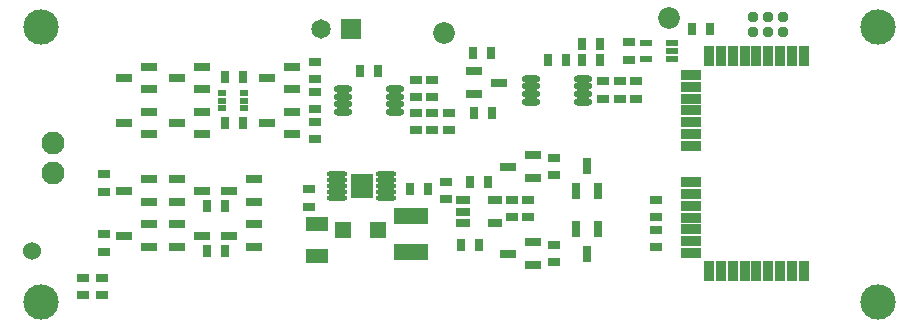
<source format=gts>
%FSLAX24Y24*%
%MOIN*%
G70*
G01*
G75*
G04 Layer_Color=8388736*
%ADD10R,0.0354X0.0197*%
%ADD11R,0.0197X0.0354*%
%ADD12O,0.0571X0.0177*%
%ADD13R,0.0512X0.0236*%
%ADD14R,0.0236X0.0165*%
%ADD15R,0.0236X0.0512*%
%ADD16R,0.0413X0.0236*%
%ADD17R,0.1102X0.0492*%
%ADD18O,0.0630X0.0118*%
%ADD19R,0.0661X0.0740*%
%ADD20R,0.0512X0.0512*%
%ADD21R,0.0669X0.0433*%
%ADD22C,0.0310*%
%ADD23R,0.0374X0.0177*%
%ADD24R,0.0276X0.0591*%
%ADD25R,0.0591X0.0276*%
%ADD26C,0.0150*%
%ADD27C,0.0120*%
%ADD28R,0.0591X0.0591*%
%ADD29C,0.0591*%
%ADD30C,0.0709*%
%ADD31C,0.0661*%
%ADD32C,0.0390*%
%ADD33C,0.0280*%
%ADD34C,0.0400*%
%ADD35C,0.0197*%
%ADD36C,0.1575*%
%ADD37C,0.0600*%
%ADD38R,0.0358X0.1433*%
%ADD39C,0.0098*%
%ADD40C,0.0236*%
%ADD41C,0.0100*%
%ADD42C,0.0050*%
%ADD43C,0.0039*%
%ADD44C,0.0079*%
%ADD45C,0.0060*%
%ADD46R,0.0414X0.0257*%
%ADD47R,0.0257X0.0414*%
%ADD48O,0.0631X0.0237*%
%ADD49R,0.0572X0.0296*%
%ADD50R,0.0296X0.0225*%
%ADD51R,0.0296X0.0572*%
%ADD52R,0.0473X0.0296*%
%ADD53R,0.1162X0.0552*%
%ADD54O,0.0690X0.0178*%
%ADD55R,0.0721X0.0800*%
%ADD56R,0.0572X0.0572*%
%ADD57R,0.0729X0.0493*%
%ADD58C,0.0370*%
%ADD59R,0.0434X0.0237*%
%ADD60R,0.0336X0.0651*%
%ADD61R,0.0651X0.0336*%
%ADD62R,0.0651X0.0651*%
%ADD63C,0.0651*%
%ADD64C,0.0060*%
%ADD65C,0.0769*%
%ADD66C,0.0721*%
%ADD67C,0.1175*%
D37*
X17000Y15000D02*
D03*
D46*
X19350Y14095D02*
D03*
Y13505D02*
D03*
X18700Y14095D02*
D03*
Y13505D02*
D03*
X37150Y20645D02*
D03*
Y20055D02*
D03*
X36600D02*
D03*
Y20645D02*
D03*
X36050Y20055D02*
D03*
Y20645D02*
D03*
X30350Y20105D02*
D03*
Y20695D02*
D03*
X29800Y20105D02*
D03*
Y20695D02*
D03*
X30900Y19595D02*
D03*
Y19005D02*
D03*
X30350Y19595D02*
D03*
Y19005D02*
D03*
X29800Y19595D02*
D03*
Y19005D02*
D03*
X26450Y21295D02*
D03*
Y20705D02*
D03*
Y19705D02*
D03*
Y20295D02*
D03*
Y19295D02*
D03*
Y18705D02*
D03*
X34400Y17505D02*
D03*
Y18095D02*
D03*
Y14605D02*
D03*
Y15195D02*
D03*
X33550Y16695D02*
D03*
Y16105D02*
D03*
X33000Y16695D02*
D03*
Y16105D02*
D03*
X37800Y15695D02*
D03*
Y15105D02*
D03*
X30800Y16705D02*
D03*
Y17295D02*
D03*
X37800Y16105D02*
D03*
Y16695D02*
D03*
X26250Y16455D02*
D03*
Y17045D02*
D03*
X19400Y15545D02*
D03*
Y14955D02*
D03*
Y16955D02*
D03*
Y17545D02*
D03*
X36900Y21355D02*
D03*
Y21945D02*
D03*
D47*
X35355Y21900D02*
D03*
X35945D02*
D03*
X35355Y21350D02*
D03*
X35945D02*
D03*
X34205D02*
D03*
X34795D02*
D03*
X31705Y21600D02*
D03*
X32295D02*
D03*
X31755Y19600D02*
D03*
X32345D02*
D03*
X28545Y21000D02*
D03*
X27955D02*
D03*
X23455Y20800D02*
D03*
X24045D02*
D03*
X23455Y19250D02*
D03*
X24045D02*
D03*
X31605Y17300D02*
D03*
X32195D02*
D03*
X31895Y15200D02*
D03*
X31305D02*
D03*
X29605Y17050D02*
D03*
X30195D02*
D03*
X22855Y15000D02*
D03*
X23445D02*
D03*
X22855Y16500D02*
D03*
X23445D02*
D03*
X39005Y22400D02*
D03*
X39595D02*
D03*
D48*
X33634Y20734D02*
D03*
Y20478D02*
D03*
Y20222D02*
D03*
Y19966D02*
D03*
X35366Y20734D02*
D03*
Y20478D02*
D03*
Y20222D02*
D03*
Y19966D02*
D03*
X27384Y20384D02*
D03*
Y20128D02*
D03*
Y19872D02*
D03*
Y19616D02*
D03*
X29116Y20384D02*
D03*
Y20128D02*
D03*
Y19872D02*
D03*
Y19616D02*
D03*
D49*
X32563Y20600D02*
D03*
X31737Y20226D02*
D03*
Y20974D02*
D03*
X24837Y20750D02*
D03*
X25663Y21124D02*
D03*
Y20376D02*
D03*
X24837Y19250D02*
D03*
X25663Y19624D02*
D03*
Y18876D02*
D03*
X21837Y19250D02*
D03*
X22663Y19624D02*
D03*
Y18876D02*
D03*
X21837Y20750D02*
D03*
X22663Y21124D02*
D03*
Y20376D02*
D03*
X20087Y20750D02*
D03*
X20913Y21124D02*
D03*
Y20376D02*
D03*
X20087Y19250D02*
D03*
X20913Y19624D02*
D03*
Y18876D02*
D03*
X32887Y17800D02*
D03*
X33713Y18174D02*
D03*
Y17426D02*
D03*
X32887Y14900D02*
D03*
X33713Y15274D02*
D03*
Y14526D02*
D03*
X23587Y15500D02*
D03*
X24413Y15874D02*
D03*
Y15126D02*
D03*
X23587Y17000D02*
D03*
X24413Y17374D02*
D03*
Y16626D02*
D03*
X22663Y17000D02*
D03*
X21837Y16626D02*
D03*
Y17374D02*
D03*
X22663Y15500D02*
D03*
X21837Y15126D02*
D03*
Y15874D02*
D03*
X20087Y17000D02*
D03*
X20913Y17374D02*
D03*
Y16626D02*
D03*
X20087Y15500D02*
D03*
X20913Y15874D02*
D03*
Y15126D02*
D03*
D50*
X24074Y20256D02*
D03*
Y20000D02*
D03*
Y19744D02*
D03*
X23326D02*
D03*
Y20000D02*
D03*
Y20256D02*
D03*
D51*
X35500Y14887D02*
D03*
X35126Y15713D02*
D03*
X35874D02*
D03*
X35500Y17813D02*
D03*
X35874Y16987D02*
D03*
X35126D02*
D03*
D52*
X31369Y16674D02*
D03*
Y16300D02*
D03*
Y15926D02*
D03*
X32431D02*
D03*
Y16674D02*
D03*
D53*
X29640Y14950D02*
D03*
Y16150D02*
D03*
D54*
X27183Y17544D02*
D03*
Y17347D02*
D03*
Y17150D02*
D03*
Y16953D02*
D03*
Y16756D02*
D03*
X28817Y17544D02*
D03*
Y17347D02*
D03*
Y17150D02*
D03*
Y16953D02*
D03*
Y16756D02*
D03*
D55*
X28000Y17150D02*
D03*
D56*
X28541Y15700D02*
D03*
X27359D02*
D03*
D57*
X26500Y14819D02*
D03*
Y15882D02*
D03*
D58*
X42050Y22800D02*
D03*
X41550D02*
D03*
X41050D02*
D03*
Y22300D02*
D03*
X41550D02*
D03*
X42050D02*
D03*
D59*
X38333Y21906D02*
D03*
Y21650D02*
D03*
Y21394D02*
D03*
X37467Y21906D02*
D03*
Y21394D02*
D03*
D60*
X42730Y21483D02*
D03*
X42337D02*
D03*
X41943D02*
D03*
X41549D02*
D03*
X41156D02*
D03*
X40762D02*
D03*
X40368D02*
D03*
X39974D02*
D03*
X39581D02*
D03*
Y14317D02*
D03*
X39974D02*
D03*
X40368D02*
D03*
X40762D02*
D03*
X41156D02*
D03*
X41549D02*
D03*
X41943D02*
D03*
X42337D02*
D03*
X42730D02*
D03*
D61*
X38959Y17278D02*
D03*
Y16885D02*
D03*
Y16491D02*
D03*
Y16097D02*
D03*
Y15704D02*
D03*
Y15310D02*
D03*
Y14916D02*
D03*
Y18491D02*
D03*
Y18884D02*
D03*
Y19278D02*
D03*
Y19672D02*
D03*
Y20065D02*
D03*
Y20459D02*
D03*
Y20853D02*
D03*
D62*
X27650Y22400D02*
D03*
D63*
X26650D02*
D03*
D64*
X16700Y17600D02*
D03*
Y18600D02*
D03*
D65*
X17700Y17600D02*
D03*
Y18600D02*
D03*
D66*
X38250Y22750D02*
D03*
X30750Y22250D02*
D03*
D67*
X17300Y13300D02*
D03*
X45200Y22450D02*
D03*
X17300D02*
D03*
X45200Y13300D02*
D03*
M02*

</source>
